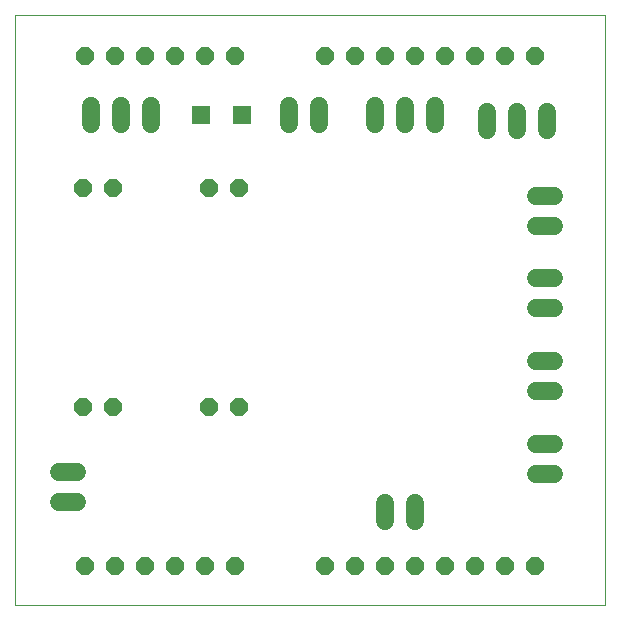
<source format=gbl>
G75*
%MOIN*%
%OFA0B0*%
%FSLAX24Y24*%
%IPPOS*%
%LPD*%
%AMOC8*
5,1,8,0,0,1.08239X$1,22.5*
%
%ADD10C,0.0000*%
%ADD11C,0.0600*%
%ADD12OC8,0.0600*%
%ADD13R,0.0591X0.0591*%
D10*
X000415Y000100D02*
X000415Y019785D01*
X020100Y019785D01*
X020100Y000100D01*
X000415Y000100D01*
D11*
X001887Y003537D02*
X002487Y003537D01*
X002487Y004537D02*
X001887Y004537D01*
X012762Y003496D02*
X012762Y002896D01*
X013762Y002896D02*
X013762Y003496D01*
X017785Y004458D02*
X018385Y004458D01*
X018385Y005458D02*
X017785Y005458D01*
X017779Y007236D02*
X018379Y007236D01*
X018379Y008236D02*
X017779Y008236D01*
X017781Y009992D02*
X018381Y009992D01*
X018381Y010992D02*
X017781Y010992D01*
X017785Y012742D02*
X018385Y012742D01*
X018385Y013742D02*
X017785Y013742D01*
X018148Y015942D02*
X018148Y016542D01*
X017148Y016542D02*
X017148Y015942D01*
X016148Y015942D02*
X016148Y016542D01*
X014407Y016739D02*
X014407Y016139D01*
X013407Y016139D02*
X013407Y016739D01*
X012407Y016739D02*
X012407Y016139D01*
X010561Y016139D02*
X010561Y016739D01*
X009561Y016739D02*
X009561Y016139D01*
X004959Y016139D02*
X004959Y016739D01*
X003959Y016739D02*
X003959Y016139D01*
X002959Y016139D02*
X002959Y016739D01*
D12*
X002750Y018419D03*
X003750Y018419D03*
X004750Y018419D03*
X005750Y018419D03*
X006750Y018419D03*
X007750Y018419D03*
X010750Y018419D03*
X011750Y018419D03*
X012750Y018419D03*
X013750Y018419D03*
X014750Y018419D03*
X015750Y018419D03*
X016750Y018419D03*
X017750Y018419D03*
X007890Y014006D03*
X006890Y014006D03*
X003690Y014006D03*
X002690Y014006D03*
X002690Y006706D03*
X003690Y006706D03*
X006890Y006706D03*
X007890Y006706D03*
X007750Y001419D03*
X006750Y001419D03*
X005750Y001419D03*
X004750Y001419D03*
X003750Y001419D03*
X002750Y001419D03*
X010750Y001419D03*
X011750Y001419D03*
X012750Y001419D03*
X013750Y001419D03*
X014750Y001419D03*
X015750Y001419D03*
X016750Y001419D03*
X017750Y001419D03*
D13*
X007994Y016439D03*
X006616Y016439D03*
M02*

</source>
